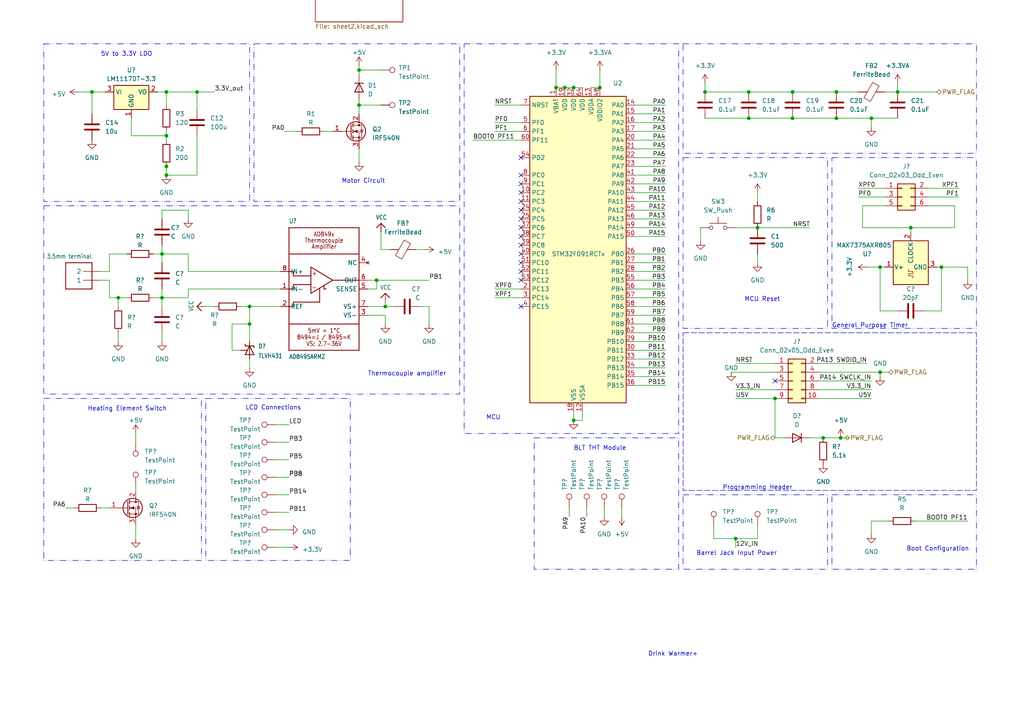
<source format=kicad_sch>
(kicad_sch (version 20230121) (generator eeschema)
  (paper "A4")
  (lib_symbols
    (symbol "Adafruit AD849x_Thermo-eagle-import:AD849X"
      (property "Reference" "U" (at -10.16 19.05 0))
      (symbol "AD849X_1_0"
        (text "+" (at -2.794 4.572 0) (effects (font (size 1.27 1.0795))))
        (text "-" (at -2.794 0.508 0) (effects (font (size 1.27 1.0795))))
        (text "5mV = 1°C" (at 0 -12.065 0) (effects (font (size 1.27 1.0795))))
        (text "8494=J / 8495=K" (at 0 -13.97 0) (effects (font (size 1.27 1.0795))))
        (text "AD849x" (at 0 15.875 0) (effects (font (size 1.27 1.0795))))
        (text "Amplifier" (at 0 12.319 0) (effects (font (size 1.27 1.0795))))
        (text "Thermocouple" (at 0 14.097 0) (effects (font (size 1.27 1.0795))))
        (text "VS: 2.7-36V" (at 0 -15.875 0) (effects (font (size 1.27 1.0795))))
        (pin input line (at -12.7 0 0) (length 2.54) (name "IN-") (number "1"))
        (pin input line (at -12.7 -5.08 0) (length 2.54) (name "REF") (number "2"))
        (pin power_in line (at 12.7 -7.62 180) (length 2.54) (name "VS-") (number "3"))
        (pin no_connect line (at 12.7 7.62 180) (length 2.54) (name "NC") (number "4"))
        (pin bidirectional line (at 12.7 0 180) (length 2.54) (name "SENSE") (number "5"))
        (pin output line (at 12.7 2.54 180) (length 2.54) (name "OUT") (number "6"))
        (pin power_in line (at 12.7 -5.08 180) (length 2.54) (name "VS+") (number "7"))
        (pin input line (at -12.7 5.08 0) (length 2.54) (name "IN+") (number "8"))
      )
    )
    (symbol "Adafruit AD849x_Thermo-eagle-import:SHUNT-VREF"
      (property "Reference" "D" (at 2.54 0.4826 0))
      (symbol "SHUNT-VREF_1_0"
        (pin passive line (at -2.54 0 0) (length 0) (name "VREF") (number "1"))
        (pin passive line (at 0 2.54 270) (length 2.54) (name "C") (number "2"))
        (pin passive line (at 0 -2.54 90) (length 2.54) (name "A") (number "3"))
      )
    )
    (symbol "Adafruit AD849x_Thermo-eagle-import:TERMBLOCK_1X2"
      (property "Reference" "X" (at -2.54 7.62 0))
      (symbol "TERMBLOCK_1X2_1_0"
        (pin passive line (at -5.08 2.54 0) (length 5.08) (name "1") (number "1"))
        (pin passive line (at -5.08 0 0) (length 5.08) (name "2") (number "2"))
      )
    )
    (symbol "Adafruit AD849x_Thermo-eagle-import:VCC" (power)
      (property "Value" "VCC" (at -1.524 1.016 0))
      (symbol "VCC_1_0"
        (pin power_in line (at 0 -2.54 90) (length 2.54) (name "VCC") (number "1"))
      )
    )
    (symbol "Connector:TestPoint" (pin_numbers hide) (pin_names (offset 0.762) hide)
      (property "Reference" "TP" (at 0 6.858 0))
      (property "Value" "TestPoint" (at 0 5.08 0))
      (symbol "TestPoint_1_1"
        (pin passive line (at 0 0 90) (length 2.54) (name "1") (number "1"))
      )
    )
    (symbol "Connector_Generic:Conn_02x03_Odd_Even" (pin_names (offset 1.016) hide)
      (property "Reference" "J" (at 1.27 5.08 0))
      (property "Value" "Conn_02x03_Odd_Even" (at 1.27 -5.08 0))
      (symbol "Conn_02x03_Odd_Even_1_1"
        (pin passive line (at -5.08 2.54 0) (length 3.81) (name "Pin_1") (number "1"))
        (pin passive line (at 7.62 2.54 180) (length 3.81) (name "Pin_2") (number "2"))
        (pin passive line (at -5.08 0 0) (length 3.81) (name "Pin_3") (number "3"))
        (pin passive line (at 7.62 0 180) (length 3.81) (name "Pin_4") (number "4"))
        (pin passive line (at -5.08 -2.54 0) (length 3.81) (name "Pin_5") (number "5"))
        (pin passive line (at 7.62 -2.54 180) (length 3.81) (name "Pin_6") (number "6"))
      )
    )
    (symbol "Connector_Generic:Conn_02x05_Odd_Even" (pin_names (offset 1.016) hide)
      (property "Reference" "J" (at 1.27 7.62 0))
      (property "Value" "Conn_02x05_Odd_Even" (at 1.27 -7.62 0))
      (symbol "Conn_02x05_Odd_Even_1_1"
        (pin passive line (at -5.08 5.08 0) (length 3.81) (name "Pin_1") (number "1"))
        (pin passive line (at 7.62 -5.08 180) (length 3.81) (name "Pin_10") (number "10"))
        (pin passive line (at 7.62 5.08 180) (length 3.81) (name "Pin_2") (number "2"))
        (pin passive line (at -5.08 2.54 0) (length 3.81) (name "Pin_3") (number "3"))
        (pin passive line (at 7.62 2.54 180) (length 3.81) (name "Pin_4") (number "4"))
        (pin passive line (at -5.08 0 0) (length 3.81) (name "Pin_5") (number "5"))
        (pin passive line (at 7.62 0 180) (length 3.81) (name "Pin_6") (number "6"))
        (pin passive line (at -5.08 -2.54 0) (length 3.81) (name "Pin_7") (number "7"))
        (pin passive line (at 7.62 -2.54 180) (length 3.81) (name "Pin_8") (number "8"))
        (pin passive line (at -5.08 -5.08 0) (length 3.81) (name "Pin_9") (number "9"))
      )
    )
    (symbol "Device:C" (pin_numbers hide) (pin_names (offset 0.254))
      (property "Reference" "C" (at 0.635 2.54 0))
      (property "Value" "C" (at 0.635 -2.54 0))
      (symbol "C_1_1"
        (pin passive line (at 0 3.81 270) (length 2.794) (name "~") (number "1"))
        (pin passive line (at 0 -3.81 90) (length 2.794) (name "~") (number "2"))
      )
    )
    (symbol "Device:D" (pin_numbers hide) (pin_names (offset 1.016) hide)
      (property "Reference" "D" (at 0 2.54 0))
      (property "Value" "D" (at 0 -2.54 0))
      (symbol "D_1_1"
        (pin passive line (at -3.81 0 0) (length 2.54) (name "K") (number "1"))
        (pin passive line (at 3.81 0 180) (length 2.54) (name "A") (number "2"))
      )
    )
    (symbol "Device:FerriteBead" (pin_numbers hide) (pin_names (offset 0))
      (property "Reference" "FB" (at -3.81 0.635 90))
      (property "Value" "FerriteBead" (at 3.81 0 90))
      (symbol "FerriteBead_1_1"
        (pin passive line (at 0 3.81 270) (length 2.54) (name "~") (number "1"))
        (pin passive line (at 0 -3.81 90) (length 2.54) (name "~") (number "2"))
      )
    )
    (symbol "Device:R" (pin_numbers hide) (pin_names (offset 0))
      (property "Reference" "R" (at 2.032 0 90))
      (property "Value" "R" (at 0 0 90))
      (symbol "R_1_1"
        (pin passive line (at 0 3.81 270) (length 1.27) (name "~") (number "1"))
        (pin passive line (at 0 -3.81 90) (length 1.27) (name "~") (number "2"))
      )
    )
    (symbol "MCU_ST_STM32F0:STM32F091RCTx"
      (property "Reference" "U" (at -12.7 46.99 0))
      (property "Value" "STM32F091RCTx" (at 10.16 46.99 0))
      (symbol "STM32F091RCTx_1_1"
        (pin power_in line (at -5.08 48.26 270) (length 2.54) (name "VBAT") (number "1"))
        (pin bidirectional line (at -15.24 17.78 0) (length 2.54) (name "PC2") (number "10"))
        (pin bidirectional line (at -15.24 15.24 0) (length 2.54) (name "PC3") (number "11"))
        (pin power_in line (at 2.54 -45.72 90) (length 2.54) (name "VSSA") (number "12"))
        (pin power_in line (at 5.08 48.26 270) (length 2.54) (name "VDDA") (number "13"))
        (pin bidirectional line (at 17.78 43.18 180) (length 2.54) (name "PA0") (number "14"))
        (pin bidirectional line (at 17.78 40.64 180) (length 2.54) (name "PA1") (number "15"))
        (pin bidirectional line (at 17.78 38.1 180) (length 2.54) (name "PA2") (number "16"))
        (pin bidirectional line (at 17.78 35.56 180) (length 2.54) (name "PA3") (number "17"))
        (pin power_in line (at 0 -45.72 90) (length 2.54) (name "VSS") (number "18"))
        (pin power_in line (at -2.54 48.26 270) (length 2.54) (name "VDD") (number "19"))
        (pin bidirectional line (at -15.24 -10.16 0) (length 2.54) (name "PC13") (number "2"))
        (pin bidirectional line (at 17.78 33.02 180) (length 2.54) (name "PA4") (number "20"))
        (pin bidirectional line (at 17.78 30.48 180) (length 2.54) (name "PA5") (number "21"))
        (pin bidirectional line (at 17.78 27.94 180) (length 2.54) (name "PA6") (number "22"))
        (pin bidirectional line (at 17.78 25.4 180) (length 2.54) (name "PA7") (number "23"))
        (pin bidirectional line (at -15.24 12.7 0) (length 2.54) (name "PC4") (number "24"))
        (pin bidirectional line (at -15.24 10.16 0) (length 2.54) (name "PC5") (number "25"))
        (pin bidirectional line (at 17.78 0 180) (length 2.54) (name "PB0") (number "26"))
        (pin bidirectional line (at 17.78 -2.54 180) (length 2.54) (name "PB1") (number "27"))
        (pin bidirectional line (at 17.78 -5.08 180) (length 2.54) (name "PB2") (number "28"))
        (pin bidirectional line (at 17.78 -25.4 180) (length 2.54) (name "PB10") (number "29"))
        (pin bidirectional line (at -15.24 -12.7 0) (length 2.54) (name "PC14") (number "3"))
        (pin bidirectional line (at 17.78 -27.94 180) (length 2.54) (name "PB11") (number "30"))
        (pin passive line (at 0 -45.72 90) (length 2.54) hide (name "VSS") (number "31"))
        (pin power_in line (at 0 48.26 270) (length 2.54) (name "VDD") (number "32"))
        (pin bidirectional line (at 17.78 -30.48 180) (length 2.54) (name "PB12") (number "33"))
        (pin bidirectional line (at 17.78 -33.02 180) (length 2.54) (name "PB13") (number "34"))
        (pin bidirectional line (at 17.78 -35.56 180) (length 2.54) (name "PB14") (number "35"))
        (pin bidirectional line (at 17.78 -38.1 180) (length 2.54) (name "PB15") (number "36"))
        (pin bidirectional line (at -15.24 7.62 0) (length 2.54) (name "PC6") (number "37"))
        (pin bidirectional line (at -15.24 5.08 0) (length 2.54) (name "PC7") (number "38"))
        (pin bidirectional line (at -15.24 2.54 0) (length 2.54) (name "PC8") (number "39"))
        (pin bidirectional line (at -15.24 -15.24 0) (length 2.54) (name "PC15") (number "4"))
        (pin bidirectional line (at -15.24 0 0) (length 2.54) (name "PC9") (number "40"))
        (pin bidirectional line (at 17.78 22.86 180) (length 2.54) (name "PA8") (number "41"))
        (pin bidirectional line (at 17.78 20.32 180) (length 2.54) (name "PA9") (number "42"))
        (pin bidirectional line (at 17.78 17.78 180) (length 2.54) (name "PA10") (number "43"))
        (pin bidirectional line (at 17.78 15.24 180) (length 2.54) (name "PA11") (number "44"))
        (pin bidirectional line (at 17.78 12.7 180) (length 2.54) (name "PA12") (number "45"))
        (pin bidirectional line (at 17.78 10.16 180) (length 2.54) (name "PA13") (number "46"))
        (pin passive line (at 0 -45.72 90) (length 2.54) hide (name "VSS") (number "47"))
        (pin power_in line (at 7.62 48.26 270) (length 2.54) (name "VDDIO2") (number "48"))
        (pin bidirectional line (at 17.78 7.62 180) (length 2.54) (name "PA14") (number "49"))
        (pin bidirectional line (at -15.24 38.1 0) (length 2.54) (name "PF0") (number "5"))
        (pin bidirectional line (at 17.78 5.08 180) (length 2.54) (name "PA15") (number "50"))
        (pin bidirectional line (at -15.24 -2.54 0) (length 2.54) (name "PC10") (number "51"))
        (pin bidirectional line (at -15.24 -5.08 0) (length 2.54) (name "PC11") (number "52"))
        (pin bidirectional line (at -15.24 -7.62 0) (length 2.54) (name "PC12") (number "53"))
        (pin bidirectional line (at -15.24 27.94 0) (length 2.54) (name "PD2") (number "54"))
        (pin bidirectional line (at 17.78 -7.62 180) (length 2.54) (name "PB3") (number "55"))
        (pin bidirectional line (at 17.78 -10.16 180) (length 2.54) (name "PB4") (number "56"))
        (pin bidirectional line (at 17.78 -12.7 180) (length 2.54) (name "PB5") (number "57"))
        (pin bidirectional line (at 17.78 -15.24 180) (length 2.54) (name "PB6") (number "58"))
        (pin bidirectional line (at 17.78 -17.78 180) (length 2.54) (name "PB7") (number "59"))
        (pin bidirectional line (at -15.24 35.56 0) (length 2.54) (name "PF1") (number "6"))
        (pin bidirectional line (at -15.24 33.02 0) (length 2.54) (name "PF11") (number "60"))
        (pin bidirectional line (at 17.78 -20.32 180) (length 2.54) (name "PB8") (number "61"))
        (pin bidirectional line (at 17.78 -22.86 180) (length 2.54) (name "PB9") (number "62"))
        (pin passive line (at 0 -45.72 90) (length 2.54) hide (name "VSS") (number "63"))
        (pin power_in line (at 2.54 48.26 270) (length 2.54) (name "VDD") (number "64"))
        (pin input line (at -15.24 43.18 0) (length 2.54) (name "NRST") (number "7"))
        (pin bidirectional line (at -15.24 22.86 0) (length 2.54) (name "PC0") (number "8"))
        (pin bidirectional line (at -15.24 20.32 0) (length 2.54) (name "PC1") (number "9"))
      )
    )
    (symbol "Oscillator:MAX7375AXR805" (pin_names (offset 0.254))
      (property "Reference" "U" (at -2.54 6.35 0))
      (property "Value" "MAX7375AXR805" (at 1.27 -6.35 0))
      (symbol "MAX7375AXR805_1_1"
        (pin power_in line (at 0 7.62 270) (length 2.54) (name "V+") (number "1"))
        (pin output line (at 10.16 0 180) (length 2.54) (name "CLOCK") (number "2"))
        (pin power_in line (at 0 -7.62 90) (length 2.54) (name "GND") (number "3"))
      )
    )
    (symbol "Regulator_Linear:LM1117DT-3.3"
      (property "Reference" "U" (at -3.81 3.175 0))
      (property "Value" "LM1117DT-3.3" (at 0 3.175 0))
      (symbol "LM1117DT-3.3_1_1"
        (pin power_in line (at 0 -7.62 90) (length 2.54) (name "GND") (number "1"))
        (pin power_out line (at 7.62 0 180) (length 2.54) (name "VO") (number "2"))
        (pin power_in line (at -7.62 0 0) (length 2.54) (name "VI") (number "3"))
      )
    )
    (symbol "Switch:SW_Push" (pin_numbers hide) (pin_names (offset 1.016) hide)
      (property "Reference" "SW" (at 1.27 2.54 0))
      (property "Value" "SW_Push" (at 0 -1.524 0))
      (symbol "SW_Push_0_1"
        (pin passive line (at -5.08 0 0) (length 2.54) (name "1") (number "1"))
        (pin passive line (at 5.08 0 180) (length 2.54) (name "2") (number "2"))
      )
    )
    (symbol "Transistor_FET:IRF540N" (pin_names hide)
      (property "Reference" "Q" (at 6.35 1.905 0))
      (property "Value" "IRF540N" (at 6.35 0 0))
      (symbol "IRF540N_1_1"
        (pin input line (at -5.08 0 0) (length 2.54) (name "G") (number "1"))
        (pin passive line (at 2.54 5.08 270) (length 2.54) (name "D") (number "2"))
        (pin passive line (at 2.54 -5.08 90) (length 2.54) (name "S") (number "3"))
      )
    )
    (symbol "power:+3.3V" (power) (pin_names (offset 0))
      (property "Value" "+3.3V" (at 0 3.556 0))
      (symbol "+3.3V_1_1"
        (pin power_in line (at 0 0 90) (length 0) hide (name "+3.3V") (number "1"))
      )
    )
    (symbol "power:+3.3VA" (power) (pin_names (offset 0))
      (property "Value" "+3.3VA" (at 0 3.556 0))
      (symbol "+3.3VA_1_1"
        (pin power_in line (at 0 0 90) (length 0) hide (name "+3.3VA") (number "1"))
      )
    )
    (symbol "power:+5V" (power) (pin_names (offset 0))
      (property "Value" "+5V" (at 0 3.556 0))
      (symbol "+5V_1_1"
        (pin power_in line (at 0 0 90) (length 0) hide (name "+5V") (number "1"))
      )
    )
    (symbol "power:GND" (power) (pin_names (offset 0))
      (property "Value" "GND" (at 0 -3.81 0))
      (symbol "GND_1_1"
        (pin power_in line (at 0 0 270) (length 0) hide (name "GND") (number "1"))
      )
    )
  )
  (junction (at 104.14 20.32))
  (junction (at 229.87 34.29))
  (junction (at 26.67 26.67))
  (junction (at 217.17 34.29))
  (junction (at 72.39 93.98))
  (junction (at 204.47 26.67))
  (junction (at 111.76 88.9))
  (junction (at 242.57 26.67))
  (junction (at 243.84 127))
  (junction (at 252.73 34.29))
  (junction (at 48.26 50.8))
  (junction (at 48.26 39.37))
  (junction (at 57.15 26.67))
  (junction (at 229.87 26.67))
  (junction (at 48.26 48.26))
  (junction (at 273.05 77.47))
  (junction (at 46.99 73.66))
  (junction (at 72.39 88.9))
  (junction (at 48.26 26.67))
  (junction (at 46.99 86.36))
  (junction (at 163.83 25.4))
  (junction (at 238.76 127))
  (junction (at 173.99 25.4))
  (junction (at 264.16 66.04))
  (junction (at 166.37 121.92))
  (junction (at 166.37 25.4))
  (junction (at 260.35 26.67))
  (junction (at 109.22 81.28))
  (junction (at 242.57 34.29))
  (junction (at 213.36 156.21))
  (junction (at 224.79 115.57))
  (junction (at 255.27 107.95))
  (junction (at 104.14 30.48))
  (junction (at 219.71 66.04))
  (junction (at 255.27 77.47))
  (junction (at 161.29 25.4))
  (junction (at 34.29 86.36))
  (junction (at 217.17 26.67))
  (no_connect (at 151.13 66.04))
  (no_connect (at 151.13 63.5))
  (no_connect (at 151.13 53.34))
  (no_connect (at 151.13 78.74))
  (no_connect (at 151.13 60.96))
  (no_connect (at 151.13 71.12))
  (no_connect (at 151.13 58.42))
  (no_connect (at 151.13 73.66))
  (no_connect (at 151.13 81.28))
  (no_connect (at 151.13 88.9))
  (no_connect (at 151.13 68.58))
  (no_connect (at 224.79 110.49))
  (no_connect (at 151.13 50.8))
  (no_connect (at 151.13 76.2))
  (no_connect (at 151.13 45.72))
  (no_connect (at 151.13 55.88))
  (wire (pts (xy 104.14 29.21) (xy 104.14 30.48)))
  (wire (pts (xy 252.73 113.03) (xy 237.49 113.03)))
  (wire (pts (xy 106.68 88.9) (xy 111.76 88.9)) (stroke (width 0.1524)))
  (wire (pts (xy 257.81 151.13) (xy 252.73 151.13)))
  (wire (pts (xy 193.04 83.82) (xy 184.15 83.82)))
  (wire (pts (xy 256.54 59.69) (xy 250.19 59.69)))
  (wire (pts (xy 213.36 156.21) (xy 213.36 158.75)))
  (wire (pts (xy 59.69 88.9) (xy 62.23 88.9)))
  (wire (pts (xy 80.01 128.27) (xy 83.82 128.27)))
  (wire (pts (xy 171.45 25.4) (xy 173.99 25.4)))
  (wire (pts (xy 80.01 133.35) (xy 83.82 133.35)))
  (wire (pts (xy 54.61 78.74) (xy 54.61 73.66)) (stroke (width 0.1524)))
  (wire (pts (xy 217.17 34.29) (xy 229.87 34.29)))
  (wire (pts (xy 54.61 60.96) (xy 54.61 63.5)) (stroke (width 0.1524)))
  (wire (pts (xy 39.37 125.73) (xy 39.37 128.27)))
  (wire (pts (xy 38.1 34.29) (xy 38.1 39.37)))
  (wire (pts (xy 57.15 26.67) (xy 62.23 26.67)))
  (wire (pts (xy 260.35 26.67) (xy 271.78 26.67)))
  (wire (pts (xy 273.05 77.47) (xy 280.67 77.47)))
  (wire (pts (xy 34.29 99.06) (xy 34.29 96.52)) (stroke (width 0.1524)))
  (wire (pts (xy 242.57 26.67) (xy 248.92 26.67)))
  (wire (pts (xy 46.99 73.66) (xy 46.99 71.12)) (stroke (width 0.1524)))
  (wire (pts (xy 29.21 147.32) (xy 31.75 147.32)))
  (wire (pts (xy 243.84 127) (xy 246.38 127)))
  (wire (pts (xy 80.01 138.43) (xy 83.82 138.43)))
  (wire (pts (xy 193.04 35.56) (xy 184.15 35.56)))
  (wire (pts (xy 204.47 34.29) (xy 217.17 34.29)))
  (wire (pts (xy 204.47 24.13) (xy 204.47 26.67)))
  (wire (pts (xy 213.36 66.04) (xy 219.71 66.04)))
  (wire (pts (xy 54.61 73.66) (xy 46.99 73.66)) (stroke (width 0.1524)))
  (wire (pts (xy 252.73 110.49) (xy 237.49 110.49)))
  (wire (pts (xy 46.99 96.52) (xy 46.99 99.06)) (stroke (width 0.1524)))
  (wire (pts (xy 26.67 26.67) (xy 30.48 26.67)))
  (wire (pts (xy 276.86 59.69) (xy 276.86 66.04)))
  (wire (pts (xy 252.73 34.29) (xy 252.73 36.83)))
  (wire (pts (xy 36.83 73.66) (xy 31.75 73.66)) (stroke (width 0.1524)))
  (wire (pts (xy 72.39 93.98) (xy 72.39 99.06)) (stroke (width 0.1524)))
  (wire (pts (xy 48.26 26.67) (xy 57.15 26.67)))
  (wire (pts (xy 143.51 35.56) (xy 151.13 35.56)))
  (wire (pts (xy 19.05 147.32) (xy 21.59 147.32)))
  (wire (pts (xy 124.46 88.9) (xy 124.46 93.98)) (stroke (width 0.1524)))
  (wire (pts (xy 203.2 66.04) (xy 203.2 69.85)))
  (wire (pts (xy 193.04 78.74) (xy 184.15 78.74)))
  (wire (pts (xy 111.76 87.63) (xy 111.76 88.9)))
  (wire (pts (xy 193.04 91.44) (xy 184.15 91.44)))
  (wire (pts (xy 22.86 26.67) (xy 26.67 26.67)))
  (wire (pts (xy 69.85 88.9) (xy 72.39 88.9)) (stroke (width 0.1524)))
  (wire (pts (xy 193.04 109.22) (xy 184.15 109.22)))
  (wire (pts (xy 106.68 81.28) (xy 109.22 81.28)) (stroke (width 0.1524)))
  (wire (pts (xy 45.72 26.67) (xy 48.26 26.67)))
  (wire (pts (xy 213.36 113.03) (xy 224.79 113.03)))
  (wire (pts (xy 207.01 156.21) (xy 213.36 156.21)))
  (wire (pts (xy 217.17 26.67) (xy 229.87 26.67)))
  (wire (pts (xy 193.04 68.58) (xy 184.15 68.58)))
  (wire (pts (xy 81.28 78.74) (xy 54.61 78.74)) (stroke (width 0.1524)))
  (wire (pts (xy 242.57 34.29) (xy 252.73 34.29)))
  (wire (pts (xy 213.36 115.57) (xy 224.79 115.57)))
  (wire (pts (xy 264.16 66.04) (xy 264.16 67.31)))
  (wire (pts (xy 193.04 30.48) (xy 184.15 30.48)))
  (wire (pts (xy 252.73 34.29) (xy 260.35 34.29)))
  (wire (pts (xy 269.24 59.69) (xy 276.86 59.69)))
  (wire (pts (xy 31.75 86.36) (xy 31.75 81.28)) (stroke (width 0.1524)))
  (wire (pts (xy 104.14 20.32) (xy 104.14 21.59)))
  (wire (pts (xy 255.27 109.22) (xy 255.27 107.95)))
  (wire (pts (xy 271.78 77.47) (xy 273.05 77.47)))
  (wire (pts (xy 110.49 72.39) (xy 110.49 67.31)) (stroke (width 0.1524)))
  (wire (pts (xy 193.04 96.52) (xy 184.15 96.52)))
  (wire (pts (xy 48.26 50.8) (xy 57.15 50.8)))
  (wire (pts (xy 67.31 93.98) (xy 72.39 93.98)) (stroke (width 0.1524)))
  (wire (pts (xy 121.92 88.9) (xy 124.46 88.9)) (stroke (width 0.1524)))
  (wire (pts (xy 48.26 38.1) (xy 48.26 39.37)))
  (wire (pts (xy 280.67 77.47) (xy 280.67 81.28)))
  (wire (pts (xy 229.87 26.67) (xy 242.57 26.67)))
  (wire (pts (xy 46.99 63.5) (xy 46.99 60.96)) (stroke (width 0.1524)))
  (wire (pts (xy 93.98 38.1) (xy 96.52 38.1)))
  (wire (pts (xy 46.99 83.82) (xy 46.99 86.36)) (stroke (width 0.1524)))
  (wire (pts (xy 54.61 83.82) (xy 54.61 86.36)) (stroke (width 0.1524)))
  (wire (pts (xy 72.39 88.9) (xy 81.28 88.9)))
  (wire (pts (xy 111.76 88.9) (xy 114.3 88.9)) (stroke (width 0.1524)))
  (wire (pts (xy 193.04 66.04) (xy 184.15 66.04)))
  (wire (pts (xy 193.04 53.34) (xy 184.15 53.34)))
  (wire (pts (xy 72.39 93.98) (xy 72.39 88.9)) (stroke (width 0.1524)))
  (wire (pts (xy 72.39 104.14) (xy 72.39 106.68)) (stroke (width 0.1524)))
  (wire (pts (xy 170.18 147.32) (xy 170.18 149.86)))
  (wire (pts (xy 193.04 45.72) (xy 184.15 45.72)))
  (wire (pts (xy 166.37 121.92) (xy 168.91 121.92)))
  (wire (pts (xy 193.04 99.06) (xy 184.15 99.06)))
  (wire (pts (xy 248.92 54.61) (xy 256.54 54.61)))
  (wire (pts (xy 161.29 25.4) (xy 163.83 25.4)))
  (wire (pts (xy 54.61 86.36) (xy 46.99 86.36)) (stroke (width 0.1524)))
  (wire (pts (xy 34.29 86.36) (xy 34.29 88.9)) (stroke (width 0.1524)))
  (wire (pts (xy 48.26 48.26) (xy 48.26 50.8)))
  (wire (pts (xy 143.51 30.48) (xy 151.13 30.48)))
  (wire (pts (xy 26.67 26.67) (xy 26.67 33.02)))
  (wire (pts (xy 166.37 25.4) (xy 168.91 25.4)))
  (wire (pts (xy 193.04 111.76) (xy 184.15 111.76)))
  (wire (pts (xy 39.37 140.97) (xy 39.37 142.24)))
  (wire (pts (xy 143.51 38.1) (xy 151.13 38.1)))
  (wire (pts (xy 48.26 39.37) (xy 48.26 40.64)))
  (wire (pts (xy 104.14 20.32) (xy 110.49 20.32)))
  (wire (pts (xy 80.01 158.75) (xy 83.82 158.75)))
  (wire (pts (xy 193.04 33.02) (xy 184.15 33.02)))
  (wire (pts (xy 39.37 152.4) (xy 39.37 156.21)))
  (wire (pts (xy 193.04 43.18) (xy 184.15 43.18)))
  (wire (pts (xy 173.99 20.32) (xy 173.99 25.4)))
  (wire (pts (xy 180.34 147.32) (xy 180.34 149.86)))
  (wire (pts (xy 175.26 147.32) (xy 175.26 149.86)))
  (wire (pts (xy 48.26 26.67) (xy 48.26 30.48)))
  (wire (pts (xy 104.14 30.48) (xy 110.49 30.48)))
  (wire (pts (xy 251.46 105.41) (xy 237.49 105.41)))
  (wire (pts (xy 104.14 19.05) (xy 104.14 20.32)))
  (wire (pts (xy 31.75 73.66) (xy 31.75 78.74)) (stroke (width 0.1524)))
  (wire (pts (xy 193.04 101.6) (xy 184.15 101.6)))
  (wire (pts (xy 163.83 25.4) (xy 166.37 25.4)))
  (wire (pts (xy 250.19 66.04) (xy 264.16 66.04)))
  (wire (pts (xy 255.27 77.47) (xy 256.54 77.47)))
  (wire (pts (xy 255.27 107.95) (xy 257.81 107.95)))
  (wire (pts (xy 193.04 63.5) (xy 184.15 63.5)))
  (wire (pts (xy 193.04 81.28) (xy 184.15 81.28)))
  (wire (pts (xy 193.04 88.9) (xy 184.15 88.9)))
  (wire (pts (xy 219.71 156.21) (xy 219.71 152.4)))
  (wire (pts (xy 219.71 66.04) (xy 234.95 66.04)))
  (wire (pts (xy 264.16 66.04) (xy 276.86 66.04)))
  (wire (pts (xy 193.04 60.96) (xy 184.15 60.96)))
  (wire (pts (xy 161.29 20.32) (xy 161.29 25.4)))
  (wire (pts (xy 273.05 77.47) (xy 273.05 90.17)))
  (wire (pts (xy 219.71 55.88) (xy 219.71 58.42)))
  (wire (pts (xy 224.79 127) (xy 227.33 127)))
  (wire (pts (xy 234.95 127) (xy 238.76 127)))
  (wire (pts (xy 193.04 55.88) (xy 184.15 55.88)))
  (wire (pts (xy 250.19 59.69) (xy 250.19 66.04)))
  (wire (pts (xy 80.01 123.19) (xy 83.82 123.19)))
  (wire (pts (xy 46.99 76.2) (xy 46.99 73.66)) (stroke (width 0.1524)))
  (wire (pts (xy 204.47 26.67) (xy 217.17 26.67)))
  (wire (pts (xy 267.97 90.17) (xy 273.05 90.17)))
  (wire (pts (xy 137.16 40.64) (xy 151.13 40.64)))
  (wire (pts (xy 67.31 101.6) (xy 67.31 93.98)) (stroke (width 0.1524)))
  (wire (pts (xy 48.26 46.99) (xy 48.26 48.26)))
  (wire (pts (xy 252.73 115.57) (xy 237.49 115.57)))
  (wire (pts (xy 193.04 86.36) (xy 184.15 86.36)))
  (wire (pts (xy 193.04 73.66) (xy 184.15 73.66)))
  (wire (pts (xy 248.92 57.15) (xy 256.54 57.15)))
  (wire (pts (xy 111.76 91.44) (xy 111.76 93.98)) (stroke (width 0.1524)))
  (wire (pts (xy 165.1 149.86) (xy 165.1 147.32)))
  (wire (pts (xy 120.65 72.39) (xy 123.19 72.39)))
  (wire (pts (xy 229.87 34.29) (xy 242.57 34.29)))
  (wire (pts (xy 34.29 86.36) (xy 31.75 86.36)) (stroke (width 0.1524)))
  (wire (pts (xy 106.68 91.44) (xy 111.76 91.44)) (stroke (width 0.1524)))
  (wire (pts (xy 36.83 86.36) (xy 34.29 86.36)) (stroke (width 0.1524)))
  (wire (pts (xy 193.04 106.68) (xy 184.15 106.68)))
  (wire (pts (xy 193.04 38.1) (xy 184.15 38.1)))
  (wire (pts (xy 224.79 115.57) (xy 224.79 127)))
  (wire (pts (xy 280.67 151.13) (xy 265.43 151.13)))
  (wire (pts (xy 82.55 38.1) (xy 86.36 38.1)))
  (wire (pts (xy 80.01 143.51) (xy 83.82 143.51)))
  (wire (pts (xy 46.99 73.66) (xy 44.45 73.66)) (stroke (width 0.1524)))
  (wire (pts (xy 46.99 60.96) (xy 54.61 60.96)) (stroke (width 0.1524)))
  (wire (pts (xy 213.36 105.41) (xy 224.79 105.41)))
  (wire (pts (xy 251.46 77.47) (xy 255.27 77.47)))
  (wire (pts (xy 213.36 156.21) (xy 219.71 156.21)))
  (wire (pts (xy 193.04 40.64) (xy 184.15 40.64)))
  (wire (pts (xy 256.54 26.67) (xy 260.35 26.67)))
  (wire (pts (xy 80.01 148.59) (xy 83.82 148.59)))
  (wire (pts (xy 193.04 93.98) (xy 184.15 93.98)))
  (wire (pts (xy 212.09 107.95) (xy 224.79 107.95)))
  (wire (pts (xy 31.75 78.74) (xy 29.21 78.74)) (stroke (width 0.1524)))
  (wire (pts (xy 143.51 86.36) (xy 151.13 86.36)))
  (wire (pts (xy 57.15 39.37) (xy 57.15 50.8)))
  (wire (pts (xy 193.04 48.26) (xy 184.15 48.26)))
  (wire (pts (xy 143.51 83.82) (xy 151.13 83.82)))
  (wire (pts (xy 255.27 90.17) (xy 255.27 77.47)))
  (wire (pts (xy 168.91 119.38) (xy 168.91 121.92)))
  (wire (pts (xy 109.22 81.28) (xy 124.46 81.28)))
  (wire (pts (xy 238.76 127) (xy 243.84 127)))
  (wire (pts (xy 193.04 76.2) (xy 184.15 76.2)))
  (wire (pts (xy 104.14 43.18) (xy 104.14 46.99)))
  (wire (pts (xy 260.35 90.17) (xy 255.27 90.17)))
  (wire (pts (xy 278.13 54.61) (xy 269.24 54.61)))
  (wire (pts (xy 193.04 104.14) (xy 184.15 104.14)))
  (wire (pts (xy 46.99 86.36) (xy 44.45 86.36)) (stroke (width 0.1524)))
  (wire (pts (xy 80.01 153.67) (xy 83.82 153.67)))
  (wire (pts (xy 38.1 39.37) (xy 48.26 39.37)))
  (wire (pts (xy 81.28 83.82) (xy 54.61 83.82)) (stroke (width 0.1524)))
  (wire (pts (xy 69.85 101.6) (xy 67.31 101.6)) (stroke (width 0.1524)))
  (wire (pts (xy 46.99 86.36) (xy 46.99 88.9)) (stroke (width 0.1524)))
  (wire (pts (xy 106.68 83.82) (xy 109.22 83.82)) (stroke (width 0.1524)))
  (wire (pts (xy 31.75 81.28) (xy 29.21 81.28)) (stroke (width 0.1524)))
  (wire (pts (xy 252.73 151.13) (xy 252.73 154.94)))
  (wire (pts (xy 110.49 72.39) (xy 113.03 72.39)))
  (wire (pts (xy 219.71 73.66) (xy 219.71 76.2)))
  (wire (pts (xy 57.15 26.67) (xy 57.15 31.75)))
  (wire (pts (xy 260.35 24.13) (xy 260.35 26.67)))
  (wire (pts (xy 207.01 152.4) (xy 207.01 156.21)))
  (wire (pts (xy 278.13 57.15) (xy 269.24 57.15)))
  (wire (pts (xy 104.14 30.48) (xy 104.14 33.02)))
  (wire (pts (xy 193.04 50.8) (xy 184.15 50.8)))
  (wire (pts (xy 255.27 107.95) (xy 237.49 107.95)))
  (wire (pts (xy 109.22 83.82) (xy 109.22 81.28)) (stroke (width 0.1524)))
  (wire (pts (xy 166.37 119.38) (xy 166.37 121.92)))
  (wire (pts (xy 193.04 58.42) (xy 184.15 58.42)))
  (rectangle (start 198.12 12.7) (end 283.21 44.45) (stroke (width 0) (type dash_dot_dot)))
  (rectangle (start 241.3 45.72) (end 283.21 95.25) (stroke (width 0) (type dash_dot_dot)))
  (rectangle (start 198.12 45.72) (end 240.03 95.25) (stroke (width 0) (type dash_dot_dot)))
  (rectangle (start 198.12 96.52) (end 283.21 142.24) (stroke (width 0) (type dash)))
  (rectangle (start 59.69 115.57) (end 101.6 162.56) (stroke (width 0) (type dash_dot_dot)))
  (rectangle (start 154.94 127) (end 196.85 165.1) (stroke (width 0) (type dash_dot_dot)))
  (rectangle (start 12.7 115.57) (end 58.42 162.56) (stroke (width 0) (type dash_dot_dot)))
  (rectangle (start 12.7 59.69) (end 133.35 114.3) (stroke (width 0) (type dash_dot_dot)))
  (rectangle (start 134.62 12.7) (end 196.85 125.73) (stroke (width 0) (type dash_dot_dot)))
  (rectangle (start 12.7 12.7) (end 72.39 58.42) (stroke (width 0) (type dash_dot_dot)))
  (rectangle (start 198.12 143.51) (end 240.03 165.1) (stroke (width 0) (type dash_dot_dot)))
  (rectangle (start 241.3 143.51) (end 283.21 165.1) (stroke (width 0) (type dash_dot_dot)))
  (rectangle (start 73.66 12.7) (end 133.35 58.42) (stroke (width 0) (type dash_dot_dot)))
  (text "Barrel Jack Input Power\n" (at 201.93 161.29 0) (effects (font (size 1.27 1.27)) (justify left bottom)))
  (text "MCU Reset\n" (at 215.9 87.63 0) (effects (font (size 1.27 1.27)) (justify left bottom)))
  (text "Thermocouple amplifier\n" (at 106.68 109.22 0) (effects (font (size 1.27 1.27)) (justify left bottom)))
  (text "Boot Configuration\n" (at 262.89 160.02 0) (effects (font (size 1.27 1.27)) (justify left bottom)))
  (text "Programming Header\n" (at 209.55 142.24 0) (effects (font (size 1.27 1.27)) (justify left bottom)))
  (text "5V to 3.3V LDO\n" (at 29.21 16.51 0) (effects (font (size 1.27 1.27)) (justify left bottom)))
  (text "BLT THT Module\n" (at 166.37 130.81 0) (effects (font (size 1.27 1.27)) (justify left bottom)))
  (text "Motor Circuit\n" (at 99.06 53.34 0) (effects (font (size 1.27 1.27)) (justify left bottom)))
  (text "MCU" (at 140.97 121.92 0) (effects (font (size 1.27 1.27)) (justify left bottom)))
  (text "Drink Warmer+\n" (at 187.96 190.5 0) (effects (font (size 1.27 1.27)) (justify left bottom)))
  (text "General Purpose Timer\n" (at 241.3 95.25 0) (effects (font (size 1.27 1.27)) (justify left bottom)))
  (text "Heating Element Switch\n" (at 25.4 119.38 0) (effects (font (size 1.27 1.27)) (justify left bottom)))
  (text "LCD Connections\n\n\n" (at 71.12 123.19 0) (effects (font (size 1.27 1.27)) (justify left bottom)))
  (label "PB13" (at 193.04 106.68 180))
  (label "PB5" (at 83.82 133.35 0))
  (label "PB1" (at 124.46 81.28 0))
  (label "XPF1" (at 278.13 54.61 180))
  (label "PB14" (at 193.04 109.22 180))
  (label "PB3" (at 193.04 81.28 180))
  (label "BOOT0 PF11" (at 280.67 151.13 180))
  (label "PA9" (at 165.1 149.86 270))
  (label "PA10" (at 193.04 55.88 180))
  (label "PB11" (at 83.82 148.59 0))
  (label "PB8" (at 83.82 138.43 0))
  (label "PB6" (at 193.04 88.9 180))
  (label "PA13 SWDIO_IN" (at 251.46 105.41 180))
  (label "PA10" (at 170.18 149.86 270))
  (label "PA14" (at 193.04 66.04 180))
  (label "PA8" (at 193.04 50.8 180))
  (label "PF0" (at 143.51 35.56 0))
  (label "PA0" (at 193.04 30.48 180))
  (label "PB10" (at 193.04 99.06 180))
  (label "PA13" (at 193.04 63.5 180))
  (label "3.3V_out" (at 62.23 26.67 0))
  (label "PF1" (at 143.51 38.1 0))
  (label "PA6" (at 19.05 147.32 180))
  (label "PB14" (at 83.82 143.51 0))
  (label "V3.3_IN" (at 252.73 113.03 180))
  (label "PA15" (at 193.04 68.58 180))
  (label "U5V" (at 252.73 115.57 180))
  (label "PA2" (at 193.04 35.56 180))
  (label "PA4" (at 193.04 40.64 180))
  (label "PF0" (at 248.92 57.15 0))
  (label "LED" (at 83.82 123.19 0))
  (label "PB2" (at 193.04 78.74 180))
  (label "PB8" (at 83.82 138.43 0))
  (label "PB3" (at 83.82 128.27 0))
  (label "PA11" (at 193.04 58.42 180))
  (label "PA1" (at 193.04 33.02 180))
  (label "PB5" (at 193.04 86.36 180))
  (label "PA14 SWCLK_IN" (at 252.73 110.49 180))
  (label "PB7" (at 193.04 91.44 180))
  (label "PB11" (at 193.04 101.6 180))
  (label "PA9" (at 193.04 53.34 180))
  (label "U5V" (at 213.36 115.57 0))
  (label "NRST" (at 234.95 66.04 180))
  (label "PB0" (at 193.04 73.66 180))
  (label "PA3" (at 193.04 38.1 180))
  (label "PF1" (at 278.13 57.15 180))
  (label "XPF1" (at 143.51 86.36 0))
  (label "PB9" (at 193.04 96.52 180))
  (label "XPF0" (at 248.92 54.61 0))
  (label "NRST" (at 213.36 105.41 0))
  (label "PB4" (at 193.04 83.82 180))
  (label "NRST" (at 143.51 30.48 0))
  (label "12V_IN" (at 213.36 158.75 0))
  (label "PB15" (at 193.04 111.76 180))
  (label "PA5" (at 193.04 43.18 180))
  (label "XPF0" (at 143.51 83.82 0))
  (label "PB1" (at 193.04 76.2 180))
  (label "PB12" (at 193.04 104.14 180))
  (label "V3.3_IN" (at 213.36 113.03 0))
  (label "PA0" (at 82.55 38.1 180))
  (label "PB8" (at 193.04 93.98 180))
  (label "BOOT0 PF11" (at 137.16 40.64 0))
  (label "PA12" (at 193.04 60.96 180))
  (label "PA6" (at 193.04 45.72 180))
  (label "PA7" (at 193.04 48.26 180))
  (hierarchical_label "PWR_FLAG" (shape bidirectional) (at 224.79 127 180))
  (hierarchical_label "PWR_FLAG" (shape bidirectional) (at 271.78 26.67 0))
  (hierarchical_label "PWR_FLAG" (shape bidirectional) (at 245.11 127 0))
  (hierarchical_label "PWR_FLAG" (shape bidirectional) (at 257.81 107.95 0))
  (symbol (lib_id "Device:R") (at 48.26 44.45 0) (unit 1)
    (property "Reference" "R2" (at 50.8 43.18 0) (effects (justify left)))
    (property "Value" "200" (at 50.8 45.72 0) (effects (justify left)))
  )
  (symbol (lib_id "power:+3.3VA") (at 260.35 24.13 0) (unit 1)
    (property "Reference" "#PWR014" (effects hide))
    (property "Value" "+3.3VA" (at 260.35 19.05 0))
  )
  (symbol (lib_id "Device:C") (at 219.71 69.85 0) (unit 1)
    (property "Reference" "C1" (at 223.52 68.58 0) (effects (justify left)))
    (property "Value" "500" (at 223.52 71.12 0) (effects (justify left)))
  )
  (symbol (lib_id "power:GND") (at 46.99 99.06 0) (unit 1)
    (property "Reference" "#PWR010" (effects hide))
    (property "Value" "GND" (at 46.99 104.14 0))
  )
  (symbol (lib_id "Switch:SW_Push") (at 208.28 66.04 0) (unit 1)
    (property "Reference" "SW3" (at 208.28 58.42 0))
    (property "Value" "SW_Push" (at 208.28 60.96 0))
  )
  (symbol (lib_id "Connector:TestPoint") (at 110.49 30.48 270) (unit 1)
    (property "Reference" "TP2" (at 115.57 29.845 90) (effects (justify left)))
    (property "Value" "TestPoint" (at 115.57 32.385 90) (effects (justify left)))
  )
  (symbol (lib_id "Connector:TestPoint") (at 80.01 143.51 90) (unit 1)
    (property "Reference" "TP?" (at 71.12 142.24 90))
    (property "Value" "TestPoint" (at 71.12 144.78 90))
  )
  (symbol (lib_id "Device:FerriteBead") (at 252.73 26.67 270) (unit 1)
    (property "Reference" "FB2" (at 252.7808 19.05 90))
    (property "Value" "FerriteBead" (at 252.7808 21.59 90))
  )
  (symbol (lib_id "Connector_Generic:Conn_02x05_Odd_Even") (at 229.87 110.49 0) (unit 1)
    (property "Reference" "J?" (at 231.14 99.06 0))
    (property "Value" "Conn_02x05_Odd_Even" (at 231.14 101.6 0))
  )
  (symbol (lib_id "power:GND") (at 111.76 93.98 0) (unit 1)
    (property "Reference" "#PWR020" (effects hide))
    (property "Value" "GND" (at 111.76 99.06 0))
  )
  (symbol (lib_id "power:+3.3VA") (at 173.99 20.32 0) (unit 1)
    (property "Reference" "#PWR011" (effects hide))
    (property "Value" "+3.3VA" (at 173.99 15.24 0))
  )
  (symbol (lib_id "power:+5V") (at 22.86 26.67 90) (unit 1)
    (property "Reference" "#PWR026" (effects hide))
    (property "Value" "+5V" (at 19.05 27.305 90) (effects (justify left)))
  )
  (symbol (lib_id "Regulator_Linear:LM1117DT-3.3") (at 38.1 26.67 0) (unit 1)
    (property "Reference" "U?" (at 38.1 20.32 0))
    (property "Value" "LM1117DT-3.3" (at 38.1 22.86 0))
    (property "Footprint" "Package_TO_SOT_SMD:TO-252-3_TabPin2" (effects hide))
    (property "Datasheet" "http://www.ti.com/lit/ds/symlink/lm1117.pdf" (effects hide))
  )
  (symbol (lib_id "MCU_ST_STM32F0:STM32F091RCTx") (at 166.37 73.66 0) (unit 1)
    (property "Reference" "U2" (at 177.8 24.13 0) (effects (justify left)))
    (property "Value" "STM32F091RCTx" (at 160.02 73.66 0) (effects (justify left)))
    (property "Footprint" "Package_QFP:LQFP-64_10x10mm_P0.5mm" (effects hide))
    (property "Datasheet" "https://www.st.com/resource/en/datasheet/stm32f091rc.pdf" (effects hide))
  )
  (symbol (lib_id "Device:C") (at 204.47 30.48 0) (unit 1)
    (property "Reference" "C17" (at 208.28 29.21 0) (effects (justify left)))
    (property "Value" "0.1uF" (at 208.28 31.75 0) (effects (justify left)))
  )
  (symbol (lib_id "Transistor_FET:IRF540N") (at 36.83 147.32 0) (unit 1)
    (property "Reference" "Q?" (at 43.18 146.685 0) (effects (justify left)))
    (property "Value" "IRF540N" (at 43.18 149.225 0) (effects (justify left)))
    (property "Footprint" "Package_TO_SOT_THT:TO-220-3_Vertical" (effects hide))
    (property "Datasheet" "http://www.irf.com/product-info/datasheets/data/irf540n.pdf" (effects hide))
  )
  (symbol (lib_id "Device:C") (at 229.87 30.48 0) (unit 1)
    (property "Reference" "C19" (at 233.68 29.21 0) (effects (justify left)))
    (property "Value" "0.1uF" (at 233.68 31.75 0) (effects (justify left)))
  )
  (symbol (lib_id "power:GND") (at 166.37 121.92 0) (unit 1)
    (property "Reference" "#PWRee0101" (effects hide))
    (property "Value" "GND" (effects hide))
  )
  (symbol (lib_id "power:+3.3V") (at 204.47 24.13 0) (unit 1)
    (property "Reference" "#PWR012" (effects hide))
    (property "Value" "+3.3V" (at 204.47 19.05 0))
  )
  (symbol (lib_id "Device:C") (at 46.99 92.71 0) (unit 1)
    (property "Reference" "C?" (at 50.8 92.075 0) (effects (justify left)))
    (property "Value" "C" (at 50.8 94.615 0) (effects (justify left)))
  )
  (symbol (lib_id "power:+5V") (at 243.84 127 0) (unit 1)
    (property "Reference" "#PWR030" (effects hide))
    (property "Value" "+5V" (at 243.84 121.92 0))
  )
  (symbol (lib_id "Connector_Generic:Conn_02x03_Odd_Even") (at 261.62 57.15 0) (unit 1)
    (property "Reference" "J?" (at 262.89 48.26 0))
    (property "Value" "Conn_02x03_Odd_Even" (at 262.89 50.8 0))
  )
  (symbol (lib_id "power:GND") (at 124.46 93.98 0) (unit 1)
    (property "Reference" "#PWR018" (effects hide))
    (property "Value" "GND" (at 124.46 99.06 0))
  )
  (symbol (lib_id "power:GND") (at 255.27 109.22 0) (unit 1)
    (property "Reference" "#PWR031" (effects hide))
    (property "Value" "GND" (at 255.27 105.41 0))
  )
  (symbol (lib_id "Device:R") (at 34.29 92.71 180) (unit 1)
    (property "Reference" "R?" (at 36.83 92.075 0) (effects (justify right)))
    (property "Value" "R" (at 36.83 94.615 0) (effects (justify right)))
  )
  (symbol (lib_id "Connector:TestPoint") (at 170.18 147.32 0) (unit 1)
    (property "Reference" "TP?" (at 168.91 142.24 90) (effects (justify left)))
    (property "Value" "TestPoint" (at 171.45 142.24 90) (effects (justify left)))
  )
  (symbol (lib_id "power:+3.3V") (at 161.29 20.32 0) (unit 1)
    (property "Reference" "#PWR01" (effects hide))
    (property "Value" "+3.3V" (at 161.29 15.24 0))
  )
  (symbol (lib_id "Connector:TestPoint") (at 80.01 148.59 90) (unit 1)
    (property "Reference" "TP?" (at 71.12 147.32 90))
    (property "Value" "TestPoint" (at 71.12 149.86 90))
  )
  (symbol (lib_id "Transistor_FET:IRF540N") (at 101.6 38.1 0) (unit 1)
    (property "Reference" "Q2" (at 107.95 37.465 0) (effects (justify left)))
    (property "Value" "IRF540N" (at 107.95 40.005 0) (effects (justify left)))
    (property "Footprint" "Package_TO_SOT_THT:TO-220-3_Vertical" (effects hide))
    (property "Datasheet" "http://www.irf.com/product-info/datasheets/data/irf540n.pdf" (effects hide))
  )
  (symbol (lib_id "Oscillator:MAX7375AXR805") (at 264.16 77.47 90) (unit 1)
    (property "Reference" "U?" (at 250.19 73.66 90) (effects (justify right)))
    (property "Value" "MAX7375AXR805" (at 242.57 71.12 90) (effects (justify right)))
    (property "Footprint" "Package_TO_SOT_SMD:SOT-323_SC-70" (effects hide))
    (property "Datasheet" "https://datasheets.maximintegrated.com/en/ds/MAX7375.pdf" (effects hide))
  )
  (symbol (lib_id "power:GND") (at 212.09 107.95 0) (unit 1)
    (property "Reference" "#PWR07" (effects hide))
    (property "Value" "GND" (at 212.09 106.68 0))
  )
  (symbol (lib_id "Device:R") (at 238.76 130.81 0) (unit 1)
    (property "Reference" "R?" (at 241.3 129.54 0) (effects (justify left)))
    (property "Value" "5.1k" (at 241.3 132.08 0) (effects (justify left)))
  )
  (symbol (lib_id "Device:R") (at 261.62 151.13 90) (unit 1)
    (property "Reference" "R5" (at 261.62 144.78 90))
    (property "Value" "R" (at 261.62 147.32 90))
  )
  (symbol (lib_id "power:GND") (at 26.67 40.64 0) (unit 1)
    (property "Reference" "#PWR05" (effects hide))
    (property "Value" "GND" (at 26.67 45.72 0))
  )
  (symbol (lib_id "Connector:TestPoint") (at 207.01 152.4 0) (unit 1)
    (property "Reference" "TP?" (at 209.55 148.463 0) (effects (justify left)))
    (property "Value" "TestPoint" (at 209.55 151.003 0) (effects (justify left)))
  )
  (symbol (lib_id "Device:R") (at 66.04 88.9 90) (unit 1)
    (property "Reference" "R?" (at 62.23 91.44 90))
    (property "Value" "R" (at 62.23 93.98 90))
  )
  (symbol (lib_id "Connector:TestPoint") (at 39.37 128.27 180) (unit 1)
    (property "Reference" "TP?" (at 41.91 130.937 0) (effects (justify right)))
    (property "Value" "TestPoint" (at 41.91 133.477 0) (effects (justify right)))
  )
  (symbol (lib_id "Connector:TestPoint") (at 165.1 147.32 0) (unit 1)
    (property "Reference" "TP?" (at 163.83 142.24 90) (effects (justify left)))
    (property "Value" "TestPoint" (at 166.37 142.24 90) (effects (justify left)))
  )
  (symbol (lib_id "Connector:TestPoint") (at 110.49 20.32 270) (unit 1)
    (property "Reference" "TP1" (at 115.57 19.685 90) (effects (justify left)))
    (property "Value" "TestPoint" (at 115.57 22.225 90) (effects (justify left)))
  )
  (symbol (lib_id "Adafruit AD849x_Thermo-eagle-import:TERMBLOCK_1X2") (at 24.13 78.74 180) (unit 1)
    (property "Reference" "X?" (effects hide))
    (property "Value" "3.5mm terminal" (at 26.67 73.66 0) (effects (font (size 1.27 1.0795)) (justify left bottom)))
    (property "Footprint" "Adafruit AD849x_Thermo:TERMBLOCK_1X2-3.5MM" (effects hide))
  )
  (symbol (lib_id "Device:R") (at 40.64 73.66 90) (unit 1)
    (property "Reference" "R?" (at 40.64 68.58 90))
    (property "Value" "R" (at 40.64 71.12 90))
  )
  (symbol (lib_id "power:GND") (at 252.73 154.94 0) (unit 1)
    (property "Reference" "#PWR02" (effects hide))
    (property "Value" "GND" (at 252.73 160.02 0))
  )
  (symbol (lib_id "power:+3.3V") (at 251.46 77.47 90) (unit 1)
    (property "Reference" "#PWR027" (effects hide))
    (property "Value" "+3.3V" (at 246.38 77.47 0))
  )
  (symbol (lib_id "power:GND") (at 203.2 69.85 0) (unit 1)
    (property "Reference" "#PWR03" (effects hide))
    (property "Value" "GND" (at 203.2 74.93 0))
  )
  (symbol (lib_id "power:GND") (at 48.26 50.8 0) (unit 1)
    (property "Reference" "#PWR06" (effects hide))
    (property "Value" "GND" (at 48.26 55.88 0))
  )
  (symbol (lib_id "Connector:TestPoint") (at 180.34 147.32 0) (unit 1)
    (property "Reference" "TP?" (at 179.07 142.24 90) (effects (justify left)))
    (property "Value" "TestPoint" (at 181.61 142.24 90) (effects (justify left)))
  )
  (symbol (lib_id "Adafruit AD849x_Thermo-eagle-import:VCC") (at 111.76 85.09 0) (unit 1)
    (property "Reference" "#P+02" (effects hide))
    (property "Value" "VCC" (at 110.236 84.074 0) (effects (font (size 1.27 1.0795)) (justify left bottom)))
  )
  (symbol (lib_id "Connector:TestPoint") (at 80.01 158.75 90) (unit 1)
    (property "Reference" "TP?" (at 71.12 157.48 90))
    (property "Value" "TestPoint" (at 71.12 160.02 90))
  )
  (symbol (lib_id "Connector:TestPoint") (at 80.01 138.43 90) (unit 1)
    (property "Reference" "TP?" (at 71.12 137.16 90))
    (property "Value" "TestPoint" (at 71.12 139.7 90))
  )
  (symbol (lib_id "Device:C") (at 217.17 30.48 0) (unit 1)
    (property "Reference" "C18" (at 220.98 29.21 0) (effects (justify left)))
    (property "Value" "0.1uF" (at 220.98 31.75 0) (effects (justify left)))
  )
  (symbol (lib_id "power:GND") (at 252.73 36.83 0) (unit 1)
    (property "Reference" "#PWR013" (effects hide))
    (property "Value" "GND" (at 252.73 41.91 0))
  )
  (symbol (lib_id "Connector:TestPoint") (at 175.26 147.32 0) (unit 1)
    (property "Reference" "TP?" (at 173.99 142.24 90) (effects (justify left)))
    (property "Value" "TestPoint" (at 176.53 142.24 90) (effects (justify left)))
  )
  (symbol (lib_id "Device:R") (at 48.26 34.29 0) (unit 1)
    (property "Reference" "R3" (at 50.8 33.02 0) (effects (justify left)))
    (property "Value" "120" (at 50.8 35.56 0) (effects (justify left)))
  )
  (symbol (lib_id "Device:D") (at 104.14 25.4 270) (unit 1)
    (property "Reference" "D1" (at 106.68 24.765 90) (effects (justify left)))
    (property "Value" "D" (at 106.68 27.305 90) (effects (justify left)))
    (property "Sim.Device" "D" (effects hide))
    (property "Sim.Pins" "1=K 2=A" (effects hide))
  )
  (symbol (lib_id "Device:C") (at 46.99 80.01 0) (unit 1)
    (property "Reference" "C?" (at 50.8 79.375 0) (effects (justify left)))
    (property "Value" "C" (at 50.8 81.915 0) (effects (justify left)))
  )
  (symbol (lib_id "Adafruit AD849x_Thermo-eagle-import:AD849X") (at 93.98 83.82 0) (unit 1)
    (property "Reference" "U?" (at 83.82 64.77 0) (effects (font (size 1.27 1.0795)) (justify left bottom)))
    (property "Value" "AD8495ARMZ " (at 83.82 104.14 0) (effects (font (size 1.27 1.0795)) (justify left bottom)))
    (property "Footprint" "Adafruit AD849x_Thermo:MSOP8_0.65MM" (effects hide))
  )
  (symbol (lib_id "power:GND") (at 104.14 46.99 0) (unit 1)
    (property "Reference" "#PWRee01" (effects hide))
    (property "Value" "GND" (effects hide))
  )
  (symbol (lib_id "power:+5V") (at 123.19 72.39 270) (unit 1)
    (property "Reference" "#PWR019" (effects hide))
    (property "Value" "+5V" (at 127 73.025 90) (effects (justify left)))
  )
  (symbol (lib_id "power:+5V") (at 39.37 125.73 0) (unit 1)
    (property "Reference" "#PWR024" (effects hide))
    (property "Value" "+5V" (at 39.37 121.92 0))
  )
  (symbol (lib_id "Device:C") (at 46.99 67.31 0) (unit 1)
    (property "Reference" "C?" (at 49.53 66.04 0) (effects (justify left)))
    (property "Value" "C" (at 49.53 68.58 0) (effects (justify left)))
  )
  (symbol (lib_id "Device:R") (at 219.71 62.23 180) (unit 1)
    (property "Reference" "R6" (at 222.25 60.96 0) (effects (justify right)))
    (property "Value" "R" (at 222.25 63.5 0) (effects (justify right)))
  )
  (symbol (lib_id "power:+3.3V") (at 83.82 158.75 270) (unit 1)
    (property "Reference" "#PWR022" (effects hide))
    (property "Value" "+3.3V" (at 87.63 159.385 90) (effects (justify left)))
  )
  (symbol (lib_id "power:GND") (at 175.26 149.86 0) (unit 1)
    (property "Reference" "#PWR021" (effects hide))
    (property "Value" "GND" (at 175.26 154.94 0))
  )
  (symbol (lib_id "power:GND") (at 219.71 76.2 0) (unit 1)
    (property "Reference" "#PWR015" (effects hide))
    (property "Value" "GND" (at 219.71 81.28 0))
  )
  (symbol (lib_id "Device:C") (at 118.11 88.9 90) (unit 1)
    (property "Reference" "C?" (at 121.92 83.82 90) (effects (justify left)))
    (property "Value" "C" (at 121.92 86.36 90) (effects (justify left)))
  )
  (symbol (lib_id "Connector:TestPoint") (at 80.01 123.19 90) (unit 1)
    (property "Reference" "TP?" (at 71.12 121.92 90))
    (property "Value" "TestPoint" (at 71.12 124.46 90))
  )
  (symbol (lib_id "Device:C") (at 26.67 36.83 0) (unit 1)
    (property "Reference" "C14" (at 30.48 35.56 0) (effects (justify left)))
    (property "Value" "10u" (at 30.48 38.1 0) (effects (justify left)))
  )
  (symbol (lib_id "Adafruit AD849x_Thermo-eagle-import:SHUNT-VREF") (at 72.39 101.6 0) (unit 1)
    (property "Reference" "D?" (at 74.93 101.1174 0) (effects (font (size 1.27 1.0795)) (justify left bottom)))
    (property "Value" "TLVH431" (at 74.93 103.9114 0) (effects (font (size 1.27 1.0795)) (justify left bottom)))
    (property "Footprint" "Adafruit AD849x_Thermo:SOT23-R" (effects hide))
  )
  (symbol (lib_id "Device:C") (at 260.35 30.48 0) (unit 1)
    (property "Reference" "C21" (at 264.16 29.21 0) (effects (justify left)))
    (property "Value" "0.1uF" (at 264.16 31.75 0) (effects (justify left)))
  )
  (symbol (lib_id "Connector:TestPoint") (at 39.37 140.97 0) (unit 1)
    (property "Reference" "TP?" (at 41.91 137.033 0) (effects (justify left)))
    (property "Value" "TestPoint" (at 41.91 139.573 0) (effects (justify left)))
  )
  (symbol (lib_id "Device:C") (at 57.15 35.56 0) (unit 1)
    (property "Reference" "C12" (at 60.96 34.29 0) (effects (justify left)))
    (property "Value" "100u" (at 60.96 36.83 0) (effects (justify left)))
  )
  (symbol (lib_id "power:GND") (at 238.76 134.62 0) (unit 1)
    (property "Reference" "#PWR029" (effects hide))
    (property "Value" "GND" (at 238.76 139.7 0))
  )
  (symbol (lib_id "power:+3.3V") (at 219.71 55.88 0) (unit 1)
    (property "Reference" "#PWR016" (effects hide))
    (property "Value" "+3.3V" (at 219.71 50.8 0))
  )
  (symbol (lib_id "power:+5V") (at 180.34 149.86 180) (unit 1)
    (property "Reference" "#PWR08" (effects hide))
    (property "Value" "+5V" (at 180.34 154.94 0))
  )
  (symbol (lib_id "Device:D") (at 231.14 127 180) (unit 1)
    (property "Reference" "D?" (at 231.14 120.65 0))
    (property "Value" "D" (at 231.14 123.19 0))
    (property "Sim.Device" "D" (effects hide))
    (property "Sim.Pins" "1=K 2=A" (effects hide))
  )
  (symbol (lib_id "power:GND") (at 39.37 156.21 0) (unit 1)
    (property "Reference" "#PWR025" (effects hide))
    (property "Value" "GND" (at 39.37 161.29 0))
  )
  (symbol (lib_id "Device:R") (at 90.17 38.1 90) (unit 1)
    (property "Reference" "R1" (at 90.17 33.02 90))
    (property "Value" "R" (at 90.17 35.56 90))
  )
  (symbol (lib_id "Connector:TestPoint") (at 80.01 153.67 90) (unit 1)
    (property "Reference" "TP?" (at 71.12 152.4 90))
    (property "Value" "TestPoint" (at 71.12 154.94 90))
  )
  (symbol (lib_id "power:GND") (at 72.39 106.68 0) (unit 1)
    (property "Reference" "#PWR017" (effects hide))
    (property "Value" "GND" (at 72.39 111.76 0))
  )
  (symbol (lib_id "Adafruit AD849x_Thermo-eagle-import:VCC") (at 57.15 88.9 90) (unit 1)
    (property "Reference" "#P+01" (effects hide))
    (property "Value" "VCC" (at 56.134 90.424 0) (effects (font (size 1.27 1.0795)) (justify left bottom)))
  )
  (symbol (lib_id "Device:FerriteBead") (at 116.84 72.39 270) (unit 1)
    (property "Reference" "FB?" (at 116.8908 64.77 90))
    (property "Value" "FerriteBead" (at 116.8908 67.31 90))
  )
  (symbol (lib_id "Device:R") (at 40.64 86.36 90) (unit 1)
    (property "Reference" "R?" (at 40.64 81.28 90))
    (property "Value" "R" (at 40.64 83.82 90))
  )
  (symbol (lib_id "Device:R") (at 25.4 147.32 90) (unit 1)
    (property "Reference" "R?" (at 25.4 142.24 90))
    (property "Value" "R" (at 25.4 144.78 90))
  )
  (symbol (lib_id "Device:C") (at 242.57 30.48 0) (unit 1)
    (property "Reference" "C20" (at 246.38 29.21 0) (effects (justify left)))
    (property "Value" "0.1uF" (at 246.38 31.75 0) (effects (justify left)))
  )
  (symbol (lib_id "power:+5V") (at 104.14 19.05 0) (unit 1)
    (property "Reference" "#PWR04" (effects hide))
    (property "Value" "+5V" (at 104.14 15.24 0))
  )
  (symbol (lib_id "power:GND") (at 280.67 81.28 0) (unit 1)
    (property "Reference" "#PWR028" (effects hide))
    (property "Value" "GND" (at 280.67 86.36 0))
  )
  (symbol (lib_id "Device:C") (at 264.16 90.17 90) (unit 1)
    (property "Reference" "C?" (at 264.16 83.82 90))
    (property "Value" "20pF" (at 264.16 86.36 90))
  )
  (symbol (lib_id "Connector:TestPoint") (at 80.01 128.27 90) (unit 1)
    (property "Reference" "TP?" (at 71.12 127 90))
    (property "Value" "TestPoint" (at 71.12 129.54 90))
  )
  (symbol (lib_id "power:GND") (at 83.82 153.67 90) (unit 1)
    (property "Reference" "#PWR023" (effects hide))
    (property "Value" "GND" (at 87.63 154.305 90) (effects (justify right)))
  )
  (symbol (lib_id "power:GND") (at 34.29 99.06 0) (unit 1)
    (property "Reference" "#PWR09" (effects hide))
    (property "Value" "GND" (at 34.29 104.14 0))
  )
  (symbol (lib_id "Adafruit AD849x_Thermo-eagle-import:VCC") (at 110.49 64.77 0) (unit 1)
    (property "Reference" "#P+03" (effects hide))
    (property "Value" "VCC" (at 108.966 63.754 0) (effects (font (size 1.27 1.0795)) (justify left bottom)))
  )
  (symbol (lib_id "Connector:TestPoint") (at 219.71 152.4 0) (unit 1)
    (property "Reference" "TP?" (at 222.25 148.463 0) (effects (justify left)))
    (property "Value" "TestPoint" (at 222.25 151.003 0) (effects (justify left)))
  )
  (symbol (lib_id "power:GND") (at 54.61 63.5 0) (unit 1)
    (property "Reference" "#PWR032" (effects hide))
    (property "Value" "GND" (at 54.61 68.58 0))
  )
  (symbol (lib_id "Connector:TestPoint") (at 80.01 133.35 90) (unit 1)
    (property "Reference" "TP?" (at 71.12 132.08 90))
    (property "Value" "TestPoint" (at 71.12 134.62 90))
  )
  (sheet (at 91.44 -40.64) (size 25.4 46.99) (stroke (width 0.1524))
    (property "Sheetname" "sheet2" (at 91.44 -41.3516 0) (effects (justify left bottom)))
    (property "Sheetfile" "sheet2.kicad_sch" (at 91.44 6.9346 0) (effects (justify left top)))
  )
)
</source>
